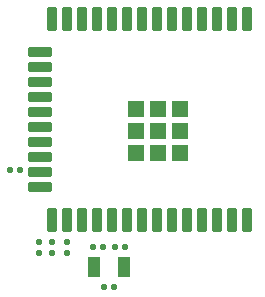
<source format=gbp>
G04*
G04 #@! TF.GenerationSoftware,Altium Limited,Altium Designer,20.1.11 (218)*
G04*
G04 Layer_Color=128*
%FSLAX24Y24*%
%MOIN*%
G70*
G04*
G04 #@! TF.SameCoordinates,770896B2-6F71-4FE4-8A08-8FF8A83ACC75*
G04*
G04*
G04 #@! TF.FilePolarity,Positive*
G04*
G01*
G75*
G04:AMPARAMS|DCode=34|XSize=20mil|YSize=20mil|CornerRadius=6mil|HoleSize=0mil|Usage=FLASHONLY|Rotation=90.000|XOffset=0mil|YOffset=0mil|HoleType=Round|Shape=RoundedRectangle|*
%AMROUNDEDRECTD34*
21,1,0.0200,0.0080,0,0,90.0*
21,1,0.0080,0.0200,0,0,90.0*
1,1,0.0120,0.0040,0.0040*
1,1,0.0120,0.0040,-0.0040*
1,1,0.0120,-0.0040,-0.0040*
1,1,0.0120,-0.0040,0.0040*
%
%ADD34ROUNDEDRECTD34*%
G04:AMPARAMS|DCode=39|XSize=20mil|YSize=20mil|CornerRadius=6mil|HoleSize=0mil|Usage=FLASHONLY|Rotation=180.000|XOffset=0mil|YOffset=0mil|HoleType=Round|Shape=RoundedRectangle|*
%AMROUNDEDRECTD39*
21,1,0.0200,0.0080,0,0,180.0*
21,1,0.0080,0.0200,0,0,180.0*
1,1,0.0120,-0.0040,0.0040*
1,1,0.0120,0.0040,0.0040*
1,1,0.0120,0.0040,-0.0040*
1,1,0.0120,-0.0040,-0.0040*
%
%ADD39ROUNDEDRECTD39*%
G04:AMPARAMS|DCode=234|XSize=76.8mil|YSize=33.5mil|CornerRadius=2.6mil|HoleSize=0mil|Usage=FLASHONLY|Rotation=270.000|XOffset=0mil|YOffset=0mil|HoleType=Round|Shape=RoundedRectangle|*
%AMROUNDEDRECTD234*
21,1,0.0768,0.0283,0,0,270.0*
21,1,0.0717,0.0335,0,0,270.0*
1,1,0.0051,-0.0142,-0.0358*
1,1,0.0051,-0.0142,0.0358*
1,1,0.0051,0.0142,0.0358*
1,1,0.0051,0.0142,-0.0358*
%
%ADD234ROUNDEDRECTD234*%
G04:AMPARAMS|DCode=235|XSize=76.8mil|YSize=33.5mil|CornerRadius=2.6mil|HoleSize=0mil|Usage=FLASHONLY|Rotation=0.000|XOffset=0mil|YOffset=0mil|HoleType=Round|Shape=RoundedRectangle|*
%AMROUNDEDRECTD235*
21,1,0.0768,0.0283,0,0,0.0*
21,1,0.0717,0.0335,0,0,0.0*
1,1,0.0051,0.0358,-0.0142*
1,1,0.0051,-0.0358,-0.0142*
1,1,0.0051,-0.0358,0.0142*
1,1,0.0051,0.0358,0.0142*
%
%ADD235ROUNDEDRECTD235*%
G04:AMPARAMS|DCode=236|XSize=33.5mil|YSize=76.8mil|CornerRadius=2.6mil|HoleSize=0mil|Usage=FLASHONLY|Rotation=0.000|XOffset=0mil|YOffset=0mil|HoleType=Round|Shape=RoundedRectangle|*
%AMROUNDEDRECTD236*
21,1,0.0335,0.0717,0,0,0.0*
21,1,0.0283,0.0768,0,0,0.0*
1,1,0.0051,0.0142,-0.0358*
1,1,0.0051,-0.0142,-0.0358*
1,1,0.0051,-0.0142,0.0358*
1,1,0.0051,0.0142,0.0358*
%
%ADD236ROUNDEDRECTD236*%
G04:AMPARAMS|DCode=237|XSize=50.4mil|YSize=50.4mil|CornerRadius=0mil|HoleSize=0mil|Usage=FLASHONLY|Rotation=270.000|XOffset=0mil|YOffset=0mil|HoleType=Round|Shape=RoundedRectangle|*
%AMROUNDEDRECTD237*
21,1,0.0504,0.0504,0,0,270.0*
21,1,0.0504,0.0504,0,0,270.0*
1,1,0.0000,-0.0252,-0.0252*
1,1,0.0000,-0.0252,0.0252*
1,1,0.0000,0.0252,0.0252*
1,1,0.0000,0.0252,-0.0252*
%
%ADD237ROUNDEDRECTD237*%
G04:AMPARAMS|DCode=238|XSize=68.9mil|YSize=37.4mil|CornerRadius=3mil|HoleSize=0mil|Usage=FLASHONLY|Rotation=270.000|XOffset=0mil|YOffset=0mil|HoleType=Round|Shape=RoundedRectangle|*
%AMROUNDEDRECTD238*
21,1,0.0689,0.0315,0,0,270.0*
21,1,0.0630,0.0374,0,0,270.0*
1,1,0.0059,-0.0157,-0.0315*
1,1,0.0059,-0.0157,0.0315*
1,1,0.0059,0.0157,0.0315*
1,1,0.0059,0.0157,-0.0315*
%
%ADD238ROUNDEDRECTD238*%
D34*
X12978Y14936D02*
D03*
X12628D02*
D03*
X13349Y16258D02*
D03*
X12999D02*
D03*
X12267D02*
D03*
X12617D02*
D03*
X9488Y18815D02*
D03*
X9838D02*
D03*
D39*
X11412Y16421D02*
D03*
Y16071D02*
D03*
X10910Y16410D02*
D03*
Y16060D02*
D03*
X10457Y16410D02*
D03*
Y16060D02*
D03*
D234*
X17393Y23865D02*
D03*
X16893D02*
D03*
X16393D02*
D03*
X15893D02*
D03*
X15393D02*
D03*
X14893D02*
D03*
X14393D02*
D03*
X13893D02*
D03*
X13393D02*
D03*
X12893D02*
D03*
X12393D02*
D03*
X11893D02*
D03*
X11393D02*
D03*
X10893D02*
D03*
Y17172D02*
D03*
X11393D02*
D03*
X11893D02*
D03*
X12393D02*
D03*
X12893D02*
D03*
X13393D02*
D03*
X13893D02*
D03*
X14393D02*
D03*
X14893D02*
D03*
X15393D02*
D03*
X15893D02*
D03*
X16393D02*
D03*
X16893D02*
D03*
D235*
X10499Y18268D02*
D03*
Y19768D02*
D03*
Y20768D02*
D03*
Y22268D02*
D03*
Y19268D02*
D03*
Y18768D02*
D03*
Y20268D02*
D03*
Y21768D02*
D03*
Y22768D02*
D03*
Y21268D02*
D03*
D236*
X17393Y17172D02*
D03*
D237*
X14440Y19402D02*
D03*
Y20847D02*
D03*
X15162D02*
D03*
X14440Y20125D02*
D03*
X13718Y20847D02*
D03*
Y20125D02*
D03*
Y19402D02*
D03*
X15162Y20125D02*
D03*
Y19402D02*
D03*
D238*
X13296Y15598D02*
D03*
X12312D02*
D03*
M02*

</source>
